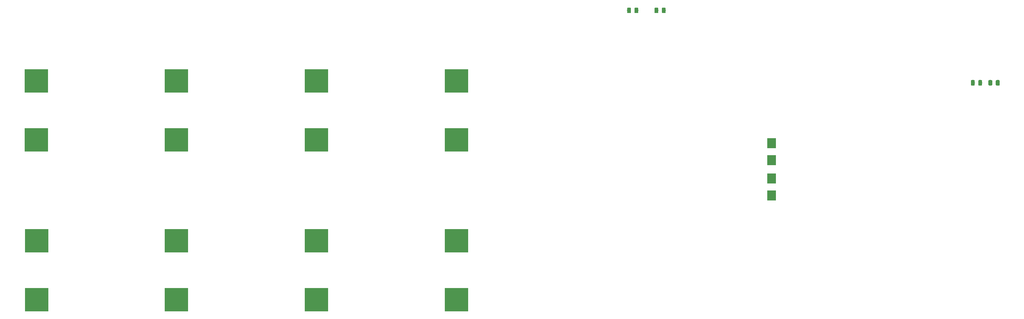
<source format=gbr>
G04 #@! TF.GenerationSoftware,KiCad,Pcbnew,(5.0.2)-1*
G04 #@! TF.CreationDate,2019-05-10T13:06:01+02:00*
G04 #@! TF.ProjectId,moc_main,6d6f635f-6d61-4696-9e2e-6b696361645f,rev?*
G04 #@! TF.SameCoordinates,Original*
G04 #@! TF.FileFunction,Paste,Top*
G04 #@! TF.FilePolarity,Positive*
%FSLAX46Y46*%
G04 Gerber Fmt 4.6, Leading zero omitted, Abs format (unit mm)*
G04 Created by KiCad (PCBNEW (5.0.2)-1) date 10.05.2019 13:06:01*
%MOMM*%
%LPD*%
G01*
G04 APERTURE LIST*
%ADD10C,0.100000*%
%ADD11C,0.975000*%
%ADD12R,6.000000X6.000000*%
%ADD13R,2.300000X2.500000*%
G04 APERTURE END LIST*
D10*
G04 #@! TO.C,D10*
G36*
X198544642Y-21653174D02*
X198568303Y-21656684D01*
X198591507Y-21662496D01*
X198614029Y-21670554D01*
X198635653Y-21680782D01*
X198656170Y-21693079D01*
X198675383Y-21707329D01*
X198693107Y-21723393D01*
X198709171Y-21741117D01*
X198723421Y-21760330D01*
X198735718Y-21780847D01*
X198745946Y-21802471D01*
X198754004Y-21824993D01*
X198759816Y-21848197D01*
X198763326Y-21871858D01*
X198764500Y-21895750D01*
X198764500Y-22808250D01*
X198763326Y-22832142D01*
X198759816Y-22855803D01*
X198754004Y-22879007D01*
X198745946Y-22901529D01*
X198735718Y-22923153D01*
X198723421Y-22943670D01*
X198709171Y-22962883D01*
X198693107Y-22980607D01*
X198675383Y-22996671D01*
X198656170Y-23010921D01*
X198635653Y-23023218D01*
X198614029Y-23033446D01*
X198591507Y-23041504D01*
X198568303Y-23047316D01*
X198544642Y-23050826D01*
X198520750Y-23052000D01*
X198033250Y-23052000D01*
X198009358Y-23050826D01*
X197985697Y-23047316D01*
X197962493Y-23041504D01*
X197939971Y-23033446D01*
X197918347Y-23023218D01*
X197897830Y-23010921D01*
X197878617Y-22996671D01*
X197860893Y-22980607D01*
X197844829Y-22962883D01*
X197830579Y-22943670D01*
X197818282Y-22923153D01*
X197808054Y-22901529D01*
X197799996Y-22879007D01*
X197794184Y-22855803D01*
X197790674Y-22832142D01*
X197789500Y-22808250D01*
X197789500Y-21895750D01*
X197790674Y-21871858D01*
X197794184Y-21848197D01*
X197799996Y-21824993D01*
X197808054Y-21802471D01*
X197818282Y-21780847D01*
X197830579Y-21760330D01*
X197844829Y-21741117D01*
X197860893Y-21723393D01*
X197878617Y-21707329D01*
X197897830Y-21693079D01*
X197918347Y-21680782D01*
X197939971Y-21670554D01*
X197962493Y-21662496D01*
X197985697Y-21656684D01*
X198009358Y-21653174D01*
X198033250Y-21652000D01*
X198520750Y-21652000D01*
X198544642Y-21653174D01*
X198544642Y-21653174D01*
G37*
D11*
X198277000Y-22352000D03*
D10*
G36*
X200419642Y-21653174D02*
X200443303Y-21656684D01*
X200466507Y-21662496D01*
X200489029Y-21670554D01*
X200510653Y-21680782D01*
X200531170Y-21693079D01*
X200550383Y-21707329D01*
X200568107Y-21723393D01*
X200584171Y-21741117D01*
X200598421Y-21760330D01*
X200610718Y-21780847D01*
X200620946Y-21802471D01*
X200629004Y-21824993D01*
X200634816Y-21848197D01*
X200638326Y-21871858D01*
X200639500Y-21895750D01*
X200639500Y-22808250D01*
X200638326Y-22832142D01*
X200634816Y-22855803D01*
X200629004Y-22879007D01*
X200620946Y-22901529D01*
X200610718Y-22923153D01*
X200598421Y-22943670D01*
X200584171Y-22962883D01*
X200568107Y-22980607D01*
X200550383Y-22996671D01*
X200531170Y-23010921D01*
X200510653Y-23023218D01*
X200489029Y-23033446D01*
X200466507Y-23041504D01*
X200443303Y-23047316D01*
X200419642Y-23050826D01*
X200395750Y-23052000D01*
X199908250Y-23052000D01*
X199884358Y-23050826D01*
X199860697Y-23047316D01*
X199837493Y-23041504D01*
X199814971Y-23033446D01*
X199793347Y-23023218D01*
X199772830Y-23010921D01*
X199753617Y-22996671D01*
X199735893Y-22980607D01*
X199719829Y-22962883D01*
X199705579Y-22943670D01*
X199693282Y-22923153D01*
X199683054Y-22901529D01*
X199674996Y-22879007D01*
X199669184Y-22855803D01*
X199665674Y-22832142D01*
X199664500Y-22808250D01*
X199664500Y-21895750D01*
X199665674Y-21871858D01*
X199669184Y-21848197D01*
X199674996Y-21824993D01*
X199683054Y-21802471D01*
X199693282Y-21780847D01*
X199705579Y-21760330D01*
X199719829Y-21741117D01*
X199735893Y-21723393D01*
X199753617Y-21707329D01*
X199772830Y-21693079D01*
X199793347Y-21680782D01*
X199814971Y-21670554D01*
X199837493Y-21662496D01*
X199860697Y-21656684D01*
X199884358Y-21653174D01*
X199908250Y-21652000D01*
X200395750Y-21652000D01*
X200419642Y-21653174D01*
X200419642Y-21653174D01*
G37*
D11*
X200152000Y-22352000D03*
G04 #@! TD*
D10*
G04 #@! TO.C,D11*
G36*
X207374642Y-21653174D02*
X207398303Y-21656684D01*
X207421507Y-21662496D01*
X207444029Y-21670554D01*
X207465653Y-21680782D01*
X207486170Y-21693079D01*
X207505383Y-21707329D01*
X207523107Y-21723393D01*
X207539171Y-21741117D01*
X207553421Y-21760330D01*
X207565718Y-21780847D01*
X207575946Y-21802471D01*
X207584004Y-21824993D01*
X207589816Y-21848197D01*
X207593326Y-21871858D01*
X207594500Y-21895750D01*
X207594500Y-22808250D01*
X207593326Y-22832142D01*
X207589816Y-22855803D01*
X207584004Y-22879007D01*
X207575946Y-22901529D01*
X207565718Y-22923153D01*
X207553421Y-22943670D01*
X207539171Y-22962883D01*
X207523107Y-22980607D01*
X207505383Y-22996671D01*
X207486170Y-23010921D01*
X207465653Y-23023218D01*
X207444029Y-23033446D01*
X207421507Y-23041504D01*
X207398303Y-23047316D01*
X207374642Y-23050826D01*
X207350750Y-23052000D01*
X206863250Y-23052000D01*
X206839358Y-23050826D01*
X206815697Y-23047316D01*
X206792493Y-23041504D01*
X206769971Y-23033446D01*
X206748347Y-23023218D01*
X206727830Y-23010921D01*
X206708617Y-22996671D01*
X206690893Y-22980607D01*
X206674829Y-22962883D01*
X206660579Y-22943670D01*
X206648282Y-22923153D01*
X206638054Y-22901529D01*
X206629996Y-22879007D01*
X206624184Y-22855803D01*
X206620674Y-22832142D01*
X206619500Y-22808250D01*
X206619500Y-21895750D01*
X206620674Y-21871858D01*
X206624184Y-21848197D01*
X206629996Y-21824993D01*
X206638054Y-21802471D01*
X206648282Y-21780847D01*
X206660579Y-21760330D01*
X206674829Y-21741117D01*
X206690893Y-21723393D01*
X206708617Y-21707329D01*
X206727830Y-21693079D01*
X206748347Y-21680782D01*
X206769971Y-21670554D01*
X206792493Y-21662496D01*
X206815697Y-21656684D01*
X206839358Y-21653174D01*
X206863250Y-21652000D01*
X207350750Y-21652000D01*
X207374642Y-21653174D01*
X207374642Y-21653174D01*
G37*
D11*
X207107000Y-22352000D03*
D10*
G36*
X205499642Y-21653174D02*
X205523303Y-21656684D01*
X205546507Y-21662496D01*
X205569029Y-21670554D01*
X205590653Y-21680782D01*
X205611170Y-21693079D01*
X205630383Y-21707329D01*
X205648107Y-21723393D01*
X205664171Y-21741117D01*
X205678421Y-21760330D01*
X205690718Y-21780847D01*
X205700946Y-21802471D01*
X205709004Y-21824993D01*
X205714816Y-21848197D01*
X205718326Y-21871858D01*
X205719500Y-21895750D01*
X205719500Y-22808250D01*
X205718326Y-22832142D01*
X205714816Y-22855803D01*
X205709004Y-22879007D01*
X205700946Y-22901529D01*
X205690718Y-22923153D01*
X205678421Y-22943670D01*
X205664171Y-22962883D01*
X205648107Y-22980607D01*
X205630383Y-22996671D01*
X205611170Y-23010921D01*
X205590653Y-23023218D01*
X205569029Y-23033446D01*
X205546507Y-23041504D01*
X205523303Y-23047316D01*
X205499642Y-23050826D01*
X205475750Y-23052000D01*
X204988250Y-23052000D01*
X204964358Y-23050826D01*
X204940697Y-23047316D01*
X204917493Y-23041504D01*
X204894971Y-23033446D01*
X204873347Y-23023218D01*
X204852830Y-23010921D01*
X204833617Y-22996671D01*
X204815893Y-22980607D01*
X204799829Y-22962883D01*
X204785579Y-22943670D01*
X204773282Y-22923153D01*
X204763054Y-22901529D01*
X204754996Y-22879007D01*
X204749184Y-22855803D01*
X204745674Y-22832142D01*
X204744500Y-22808250D01*
X204744500Y-21895750D01*
X204745674Y-21871858D01*
X204749184Y-21848197D01*
X204754996Y-21824993D01*
X204763054Y-21802471D01*
X204773282Y-21780847D01*
X204785579Y-21760330D01*
X204799829Y-21741117D01*
X204815893Y-21723393D01*
X204833617Y-21707329D01*
X204852830Y-21693079D01*
X204873347Y-21680782D01*
X204894971Y-21670554D01*
X204917493Y-21662496D01*
X204940697Y-21656684D01*
X204964358Y-21653174D01*
X204988250Y-21652000D01*
X205475750Y-21652000D01*
X205499642Y-21653174D01*
X205499642Y-21653174D01*
G37*
D11*
X205232000Y-22352000D03*
G04 #@! TD*
D10*
G04 #@! TO.C,D14*
G36*
X290287142Y-40068174D02*
X290310803Y-40071684D01*
X290334007Y-40077496D01*
X290356529Y-40085554D01*
X290378153Y-40095782D01*
X290398670Y-40108079D01*
X290417883Y-40122329D01*
X290435607Y-40138393D01*
X290451671Y-40156117D01*
X290465921Y-40175330D01*
X290478218Y-40195847D01*
X290488446Y-40217471D01*
X290496504Y-40239993D01*
X290502316Y-40263197D01*
X290505826Y-40286858D01*
X290507000Y-40310750D01*
X290507000Y-41223250D01*
X290505826Y-41247142D01*
X290502316Y-41270803D01*
X290496504Y-41294007D01*
X290488446Y-41316529D01*
X290478218Y-41338153D01*
X290465921Y-41358670D01*
X290451671Y-41377883D01*
X290435607Y-41395607D01*
X290417883Y-41411671D01*
X290398670Y-41425921D01*
X290378153Y-41438218D01*
X290356529Y-41448446D01*
X290334007Y-41456504D01*
X290310803Y-41462316D01*
X290287142Y-41465826D01*
X290263250Y-41467000D01*
X289775750Y-41467000D01*
X289751858Y-41465826D01*
X289728197Y-41462316D01*
X289704993Y-41456504D01*
X289682471Y-41448446D01*
X289660847Y-41438218D01*
X289640330Y-41425921D01*
X289621117Y-41411671D01*
X289603393Y-41395607D01*
X289587329Y-41377883D01*
X289573079Y-41358670D01*
X289560782Y-41338153D01*
X289550554Y-41316529D01*
X289542496Y-41294007D01*
X289536684Y-41270803D01*
X289533174Y-41247142D01*
X289532000Y-41223250D01*
X289532000Y-40310750D01*
X289533174Y-40286858D01*
X289536684Y-40263197D01*
X289542496Y-40239993D01*
X289550554Y-40217471D01*
X289560782Y-40195847D01*
X289573079Y-40175330D01*
X289587329Y-40156117D01*
X289603393Y-40138393D01*
X289621117Y-40122329D01*
X289640330Y-40108079D01*
X289660847Y-40095782D01*
X289682471Y-40085554D01*
X289704993Y-40077496D01*
X289728197Y-40071684D01*
X289751858Y-40068174D01*
X289775750Y-40067000D01*
X290263250Y-40067000D01*
X290287142Y-40068174D01*
X290287142Y-40068174D01*
G37*
D11*
X290019500Y-40767000D03*
D10*
G36*
X292162142Y-40068174D02*
X292185803Y-40071684D01*
X292209007Y-40077496D01*
X292231529Y-40085554D01*
X292253153Y-40095782D01*
X292273670Y-40108079D01*
X292292883Y-40122329D01*
X292310607Y-40138393D01*
X292326671Y-40156117D01*
X292340921Y-40175330D01*
X292353218Y-40195847D01*
X292363446Y-40217471D01*
X292371504Y-40239993D01*
X292377316Y-40263197D01*
X292380826Y-40286858D01*
X292382000Y-40310750D01*
X292382000Y-41223250D01*
X292380826Y-41247142D01*
X292377316Y-41270803D01*
X292371504Y-41294007D01*
X292363446Y-41316529D01*
X292353218Y-41338153D01*
X292340921Y-41358670D01*
X292326671Y-41377883D01*
X292310607Y-41395607D01*
X292292883Y-41411671D01*
X292273670Y-41425921D01*
X292253153Y-41438218D01*
X292231529Y-41448446D01*
X292209007Y-41456504D01*
X292185803Y-41462316D01*
X292162142Y-41465826D01*
X292138250Y-41467000D01*
X291650750Y-41467000D01*
X291626858Y-41465826D01*
X291603197Y-41462316D01*
X291579993Y-41456504D01*
X291557471Y-41448446D01*
X291535847Y-41438218D01*
X291515330Y-41425921D01*
X291496117Y-41411671D01*
X291478393Y-41395607D01*
X291462329Y-41377883D01*
X291448079Y-41358670D01*
X291435782Y-41338153D01*
X291425554Y-41316529D01*
X291417496Y-41294007D01*
X291411684Y-41270803D01*
X291408174Y-41247142D01*
X291407000Y-41223250D01*
X291407000Y-40310750D01*
X291408174Y-40286858D01*
X291411684Y-40263197D01*
X291417496Y-40239993D01*
X291425554Y-40217471D01*
X291435782Y-40195847D01*
X291448079Y-40175330D01*
X291462329Y-40156117D01*
X291478393Y-40138393D01*
X291496117Y-40122329D01*
X291515330Y-40108079D01*
X291535847Y-40095782D01*
X291557471Y-40085554D01*
X291579993Y-40077496D01*
X291603197Y-40071684D01*
X291626858Y-40068174D01*
X291650750Y-40067000D01*
X292138250Y-40067000D01*
X292162142Y-40068174D01*
X292162142Y-40068174D01*
G37*
D11*
X291894500Y-40767000D03*
G04 #@! TD*
D12*
G04 #@! TO.C,L1*
X47852000Y-80892000D03*
X47852000Y-95892000D03*
G04 #@! TD*
G04 #@! TO.C,L2*
X83312000Y-95892000D03*
X83312000Y-80892000D03*
G04 #@! TD*
G04 #@! TO.C,L3*
X118872000Y-80892000D03*
X118872000Y-95892000D03*
G04 #@! TD*
G04 #@! TO.C,L4*
X154432000Y-95892000D03*
X154432000Y-80892000D03*
G04 #@! TD*
G04 #@! TO.C,L5*
X154432000Y-55252000D03*
X154432000Y-40252000D03*
G04 #@! TD*
G04 #@! TO.C,L6*
X118872000Y-55252000D03*
X118872000Y-40252000D03*
G04 #@! TD*
G04 #@! TO.C,L7*
X83312000Y-40252000D03*
X83312000Y-55252000D03*
G04 #@! TD*
G04 #@! TO.C,L8*
X47752000Y-40252000D03*
X47752000Y-55252000D03*
G04 #@! TD*
D10*
G04 #@! TO.C,R11*
G36*
X287717142Y-40068174D02*
X287740803Y-40071684D01*
X287764007Y-40077496D01*
X287786529Y-40085554D01*
X287808153Y-40095782D01*
X287828670Y-40108079D01*
X287847883Y-40122329D01*
X287865607Y-40138393D01*
X287881671Y-40156117D01*
X287895921Y-40175330D01*
X287908218Y-40195847D01*
X287918446Y-40217471D01*
X287926504Y-40239993D01*
X287932316Y-40263197D01*
X287935826Y-40286858D01*
X287937000Y-40310750D01*
X287937000Y-41223250D01*
X287935826Y-41247142D01*
X287932316Y-41270803D01*
X287926504Y-41294007D01*
X287918446Y-41316529D01*
X287908218Y-41338153D01*
X287895921Y-41358670D01*
X287881671Y-41377883D01*
X287865607Y-41395607D01*
X287847883Y-41411671D01*
X287828670Y-41425921D01*
X287808153Y-41438218D01*
X287786529Y-41448446D01*
X287764007Y-41456504D01*
X287740803Y-41462316D01*
X287717142Y-41465826D01*
X287693250Y-41467000D01*
X287205750Y-41467000D01*
X287181858Y-41465826D01*
X287158197Y-41462316D01*
X287134993Y-41456504D01*
X287112471Y-41448446D01*
X287090847Y-41438218D01*
X287070330Y-41425921D01*
X287051117Y-41411671D01*
X287033393Y-41395607D01*
X287017329Y-41377883D01*
X287003079Y-41358670D01*
X286990782Y-41338153D01*
X286980554Y-41316529D01*
X286972496Y-41294007D01*
X286966684Y-41270803D01*
X286963174Y-41247142D01*
X286962000Y-41223250D01*
X286962000Y-40310750D01*
X286963174Y-40286858D01*
X286966684Y-40263197D01*
X286972496Y-40239993D01*
X286980554Y-40217471D01*
X286990782Y-40195847D01*
X287003079Y-40175330D01*
X287017329Y-40156117D01*
X287033393Y-40138393D01*
X287051117Y-40122329D01*
X287070330Y-40108079D01*
X287090847Y-40095782D01*
X287112471Y-40085554D01*
X287134993Y-40077496D01*
X287158197Y-40071684D01*
X287181858Y-40068174D01*
X287205750Y-40067000D01*
X287693250Y-40067000D01*
X287717142Y-40068174D01*
X287717142Y-40068174D01*
G37*
D11*
X287449500Y-40767000D03*
D10*
G36*
X285842142Y-40068174D02*
X285865803Y-40071684D01*
X285889007Y-40077496D01*
X285911529Y-40085554D01*
X285933153Y-40095782D01*
X285953670Y-40108079D01*
X285972883Y-40122329D01*
X285990607Y-40138393D01*
X286006671Y-40156117D01*
X286020921Y-40175330D01*
X286033218Y-40195847D01*
X286043446Y-40217471D01*
X286051504Y-40239993D01*
X286057316Y-40263197D01*
X286060826Y-40286858D01*
X286062000Y-40310750D01*
X286062000Y-41223250D01*
X286060826Y-41247142D01*
X286057316Y-41270803D01*
X286051504Y-41294007D01*
X286043446Y-41316529D01*
X286033218Y-41338153D01*
X286020921Y-41358670D01*
X286006671Y-41377883D01*
X285990607Y-41395607D01*
X285972883Y-41411671D01*
X285953670Y-41425921D01*
X285933153Y-41438218D01*
X285911529Y-41448446D01*
X285889007Y-41456504D01*
X285865803Y-41462316D01*
X285842142Y-41465826D01*
X285818250Y-41467000D01*
X285330750Y-41467000D01*
X285306858Y-41465826D01*
X285283197Y-41462316D01*
X285259993Y-41456504D01*
X285237471Y-41448446D01*
X285215847Y-41438218D01*
X285195330Y-41425921D01*
X285176117Y-41411671D01*
X285158393Y-41395607D01*
X285142329Y-41377883D01*
X285128079Y-41358670D01*
X285115782Y-41338153D01*
X285105554Y-41316529D01*
X285097496Y-41294007D01*
X285091684Y-41270803D01*
X285088174Y-41247142D01*
X285087000Y-41223250D01*
X285087000Y-40310750D01*
X285088174Y-40286858D01*
X285091684Y-40263197D01*
X285097496Y-40239993D01*
X285105554Y-40217471D01*
X285115782Y-40195847D01*
X285128079Y-40175330D01*
X285142329Y-40156117D01*
X285158393Y-40138393D01*
X285176117Y-40122329D01*
X285195330Y-40108079D01*
X285215847Y-40095782D01*
X285237471Y-40085554D01*
X285259993Y-40077496D01*
X285283197Y-40071684D01*
X285306858Y-40068174D01*
X285330750Y-40067000D01*
X285818250Y-40067000D01*
X285842142Y-40068174D01*
X285842142Y-40068174D01*
G37*
D11*
X285574500Y-40767000D03*
G04 #@! TD*
D13*
G04 #@! TO.C,D21*
X234500000Y-60400000D03*
X234500000Y-56100000D03*
G04 #@! TD*
G04 #@! TO.C,D22*
X234500000Y-65100000D03*
X234500000Y-69400000D03*
G04 #@! TD*
M02*

</source>
